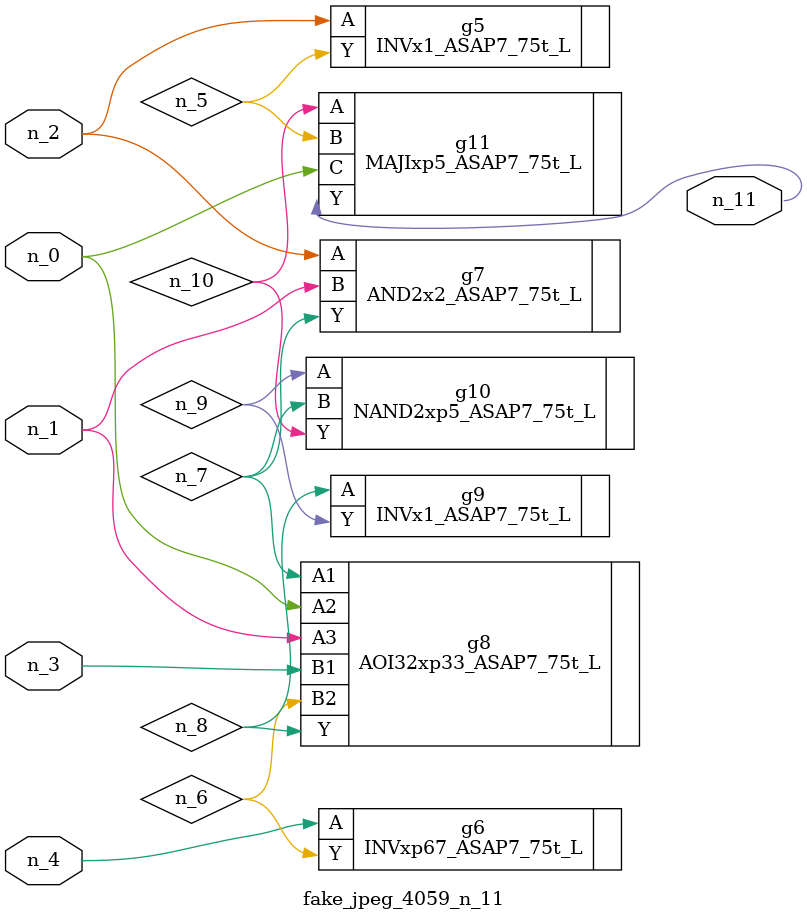
<source format=v>
module fake_jpeg_4059_n_11 (n_3, n_2, n_1, n_0, n_4, n_11);

input n_3;
input n_2;
input n_1;
input n_0;
input n_4;

output n_11;

wire n_10;
wire n_8;
wire n_9;
wire n_6;
wire n_5;
wire n_7;

INVx1_ASAP7_75t_L g5 ( 
.A(n_2),
.Y(n_5)
);

INVxp67_ASAP7_75t_L g6 ( 
.A(n_4),
.Y(n_6)
);

AND2x2_ASAP7_75t_L g7 ( 
.A(n_2),
.B(n_1),
.Y(n_7)
);

AOI32xp33_ASAP7_75t_L g8 ( 
.A1(n_7),
.A2(n_0),
.A3(n_1),
.B1(n_3),
.B2(n_6),
.Y(n_8)
);

INVx1_ASAP7_75t_L g9 ( 
.A(n_8),
.Y(n_9)
);

NAND2xp5_ASAP7_75t_L g10 ( 
.A(n_9),
.B(n_7),
.Y(n_10)
);

MAJIxp5_ASAP7_75t_L g11 ( 
.A(n_10),
.B(n_5),
.C(n_0),
.Y(n_11)
);


endmodule
</source>
